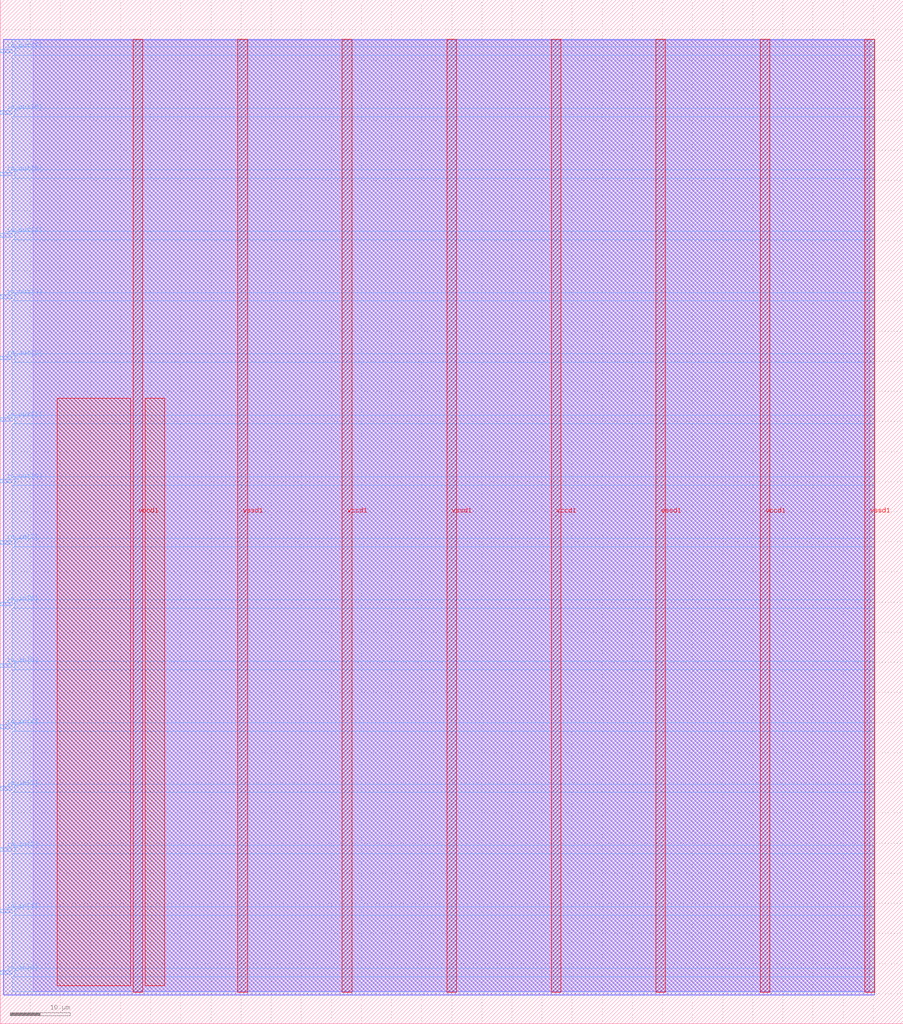
<source format=lef>
VERSION 5.7 ;
  NOWIREEXTENSIONATPIN ON ;
  DIVIDERCHAR "/" ;
  BUSBITCHARS "[]" ;
MACRO asic_multiplier_wrapper
  CLASS BLOCK ;
  FOREIGN asic_multiplier_wrapper ;
  ORIGIN 0.000 0.000 ;
  SIZE 150.000 BY 170.000 ;
  PIN io_in[0]
    DIRECTION INPUT ;
    USE SIGNAL ;
    PORT
      LAYER met3 ;
        RECT 0.000 8.200 2.000 8.800 ;
    END
  END io_in[0]
  PIN io_in[1]
    DIRECTION INPUT ;
    USE SIGNAL ;
    PORT
      LAYER met3 ;
        RECT 0.000 18.400 2.000 19.000 ;
    END
  END io_in[1]
  PIN io_in[2]
    DIRECTION INPUT ;
    USE SIGNAL ;
    PORT
      LAYER met3 ;
        RECT 0.000 28.600 2.000 29.200 ;
    END
  END io_in[2]
  PIN io_in[3]
    DIRECTION INPUT ;
    USE SIGNAL ;
    PORT
      LAYER met3 ;
        RECT 0.000 38.800 2.000 39.400 ;
    END
  END io_in[3]
  PIN io_in[4]
    DIRECTION INPUT ;
    USE SIGNAL ;
    PORT
      LAYER met3 ;
        RECT 0.000 49.000 2.000 49.600 ;
    END
  END io_in[4]
  PIN io_in[5]
    DIRECTION INPUT ;
    USE SIGNAL ;
    PORT
      LAYER met3 ;
        RECT 0.000 59.200 2.000 59.800 ;
    END
  END io_in[5]
  PIN io_in[6]
    DIRECTION INPUT ;
    USE SIGNAL ;
    PORT
      LAYER met3 ;
        RECT 0.000 69.400 2.000 70.000 ;
    END
  END io_in[6]
  PIN io_in[7]
    DIRECTION INPUT ;
    USE SIGNAL ;
    PORT
      LAYER met3 ;
        RECT 0.000 79.600 2.000 80.200 ;
    END
  END io_in[7]
  PIN io_out[0]
    DIRECTION OUTPUT TRISTATE ;
    USE SIGNAL ;
    PORT
      LAYER met3 ;
        RECT 0.000 89.800 2.000 90.400 ;
    END
  END io_out[0]
  PIN io_out[1]
    DIRECTION OUTPUT TRISTATE ;
    USE SIGNAL ;
    PORT
      LAYER met3 ;
        RECT 0.000 100.000 2.000 100.600 ;
    END
  END io_out[1]
  PIN io_out[2]
    DIRECTION OUTPUT TRISTATE ;
    USE SIGNAL ;
    PORT
      LAYER met3 ;
        RECT 0.000 110.200 2.000 110.800 ;
    END
  END io_out[2]
  PIN io_out[3]
    DIRECTION OUTPUT TRISTATE ;
    USE SIGNAL ;
    PORT
      LAYER met3 ;
        RECT 0.000 120.400 2.000 121.000 ;
    END
  END io_out[3]
  PIN io_out[4]
    DIRECTION OUTPUT TRISTATE ;
    USE SIGNAL ;
    PORT
      LAYER met3 ;
        RECT 0.000 130.600 2.000 131.200 ;
    END
  END io_out[4]
  PIN io_out[5]
    DIRECTION OUTPUT TRISTATE ;
    USE SIGNAL ;
    PORT
      LAYER met3 ;
        RECT 0.000 140.800 2.000 141.400 ;
    END
  END io_out[5]
  PIN io_out[6]
    DIRECTION OUTPUT TRISTATE ;
    USE SIGNAL ;
    PORT
      LAYER met3 ;
        RECT 0.000 151.000 2.000 151.600 ;
    END
  END io_out[6]
  PIN io_out[7]
    DIRECTION OUTPUT TRISTATE ;
    USE SIGNAL ;
    PORT
      LAYER met3 ;
        RECT 0.000 161.200 2.000 161.800 ;
    END
  END io_out[7]
  PIN vccd1
    DIRECTION INOUT ;
    USE POWER ;
    PORT
      LAYER met4 ;
        RECT 22.085 5.200 23.685 163.440 ;
    END
    PORT
      LAYER met4 ;
        RECT 56.815 5.200 58.415 163.440 ;
    END
    PORT
      LAYER met4 ;
        RECT 91.545 5.200 93.145 163.440 ;
    END
    PORT
      LAYER met4 ;
        RECT 126.275 5.200 127.875 163.440 ;
    END
  END vccd1
  PIN vssd1
    DIRECTION INOUT ;
    USE GROUND ;
    PORT
      LAYER met4 ;
        RECT 39.450 5.200 41.050 163.440 ;
    END
    PORT
      LAYER met4 ;
        RECT 74.180 5.200 75.780 163.440 ;
    END
    PORT
      LAYER met4 ;
        RECT 108.910 5.200 110.510 163.440 ;
    END
    PORT
      LAYER met4 ;
        RECT 143.640 5.200 145.240 163.440 ;
    END
  END vssd1
  OBS
      LAYER li1 ;
        RECT 5.520 5.355 144.440 163.285 ;
      LAYER met1 ;
        RECT 0.530 4.800 145.240 163.440 ;
      LAYER met2 ;
        RECT 0.560 4.770 145.210 163.385 ;
      LAYER met3 ;
        RECT 2.000 162.200 145.230 163.365 ;
        RECT 2.400 160.800 145.230 162.200 ;
        RECT 2.000 152.000 145.230 160.800 ;
        RECT 2.400 150.600 145.230 152.000 ;
        RECT 2.000 141.800 145.230 150.600 ;
        RECT 2.400 140.400 145.230 141.800 ;
        RECT 2.000 131.600 145.230 140.400 ;
        RECT 2.400 130.200 145.230 131.600 ;
        RECT 2.000 121.400 145.230 130.200 ;
        RECT 2.400 120.000 145.230 121.400 ;
        RECT 2.000 111.200 145.230 120.000 ;
        RECT 2.400 109.800 145.230 111.200 ;
        RECT 2.000 101.000 145.230 109.800 ;
        RECT 2.400 99.600 145.230 101.000 ;
        RECT 2.000 90.800 145.230 99.600 ;
        RECT 2.400 89.400 145.230 90.800 ;
        RECT 2.000 80.600 145.230 89.400 ;
        RECT 2.400 79.200 145.230 80.600 ;
        RECT 2.000 70.400 145.230 79.200 ;
        RECT 2.400 69.000 145.230 70.400 ;
        RECT 2.000 60.200 145.230 69.000 ;
        RECT 2.400 58.800 145.230 60.200 ;
        RECT 2.000 50.000 145.230 58.800 ;
        RECT 2.400 48.600 145.230 50.000 ;
        RECT 2.000 39.800 145.230 48.600 ;
        RECT 2.400 38.400 145.230 39.800 ;
        RECT 2.000 29.600 145.230 38.400 ;
        RECT 2.400 28.200 145.230 29.600 ;
        RECT 2.000 19.400 145.230 28.200 ;
        RECT 2.400 18.000 145.230 19.400 ;
        RECT 2.000 9.200 145.230 18.000 ;
        RECT 2.400 7.800 145.230 9.200 ;
        RECT 2.000 5.275 145.230 7.800 ;
      LAYER met4 ;
        RECT 9.495 6.295 21.685 103.865 ;
        RECT 24.085 6.295 27.305 103.865 ;
  END
END asic_multiplier_wrapper
END LIBRARY


</source>
